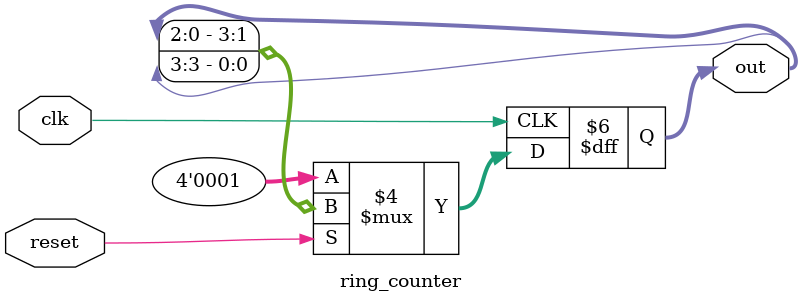
<source format=sv>
 module ring_counter(
	    				input clk,
	   					input reset,
	    				output reg [3:0] out
					);
	
always @(posedge clk) 
     begin
       if (!reset) 
          begin
	        out <= 4'b0001;// since its not a self starting counter
	      end 
       else 
         begin
           out <= {out[2:0], out[3]}; // 1-->2-->4-->8-->1
	    end
	end

endmodule


// mod number = n
// maximum count = 2^(n-1)
// output frequency =  fclk/mod_number --> fclk/n
</source>
